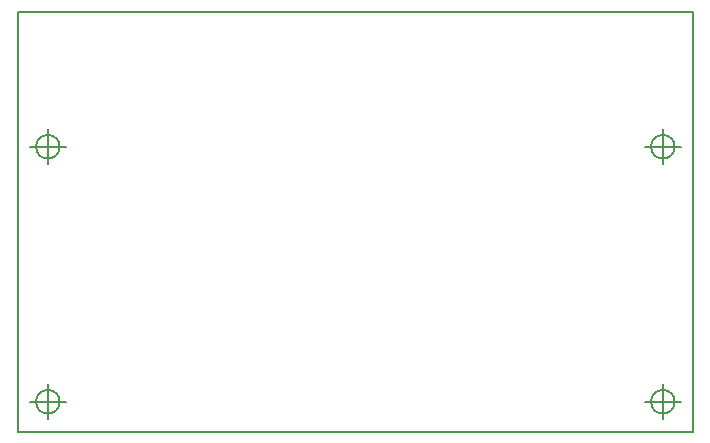
<source format=gm1>
G04 #@! TF.GenerationSoftware,KiCad,Pcbnew,(5.0.1)-3*
G04 #@! TF.CreationDate,2020-03-31T21:31:38+02:00*
G04 #@! TF.ProjectId,schema_pcb,736368656D615F7063622E6B69636164,rev?*
G04 #@! TF.SameCoordinates,Original*
G04 #@! TF.FileFunction,Profile,NP*
%FSLAX46Y46*%
G04 Gerber Fmt 4.6, Leading zero omitted, Abs format (unit mm)*
G04 Created by KiCad (PCBNEW (5.0.1)-3) date 31/03/2020 21:31:38*
%MOMM*%
%LPD*%
G01*
G04 APERTURE LIST*
%ADD10C,0.150000*%
G04 APERTURE END LIST*
D10*
X122920000Y-95265556D02*
G75*
G03X122920000Y-95265556I-1000000J0D01*
G01*
X120420000Y-95265556D02*
X123420000Y-95265556D01*
X121920000Y-93765556D02*
X121920000Y-96765556D01*
X174990000Y-95265556D02*
G75*
G03X174990000Y-95265556I-1000000J0D01*
G01*
X172490000Y-95265556D02*
X175490000Y-95265556D01*
X173990000Y-93765556D02*
X173990000Y-96765556D01*
X122920000Y-116855556D02*
G75*
G03X122920000Y-116855556I-1000000J0D01*
G01*
X120420000Y-116855556D02*
X123420000Y-116855556D01*
X121920000Y-115355556D02*
X121920000Y-118355556D01*
X174990000Y-116855556D02*
G75*
G03X174990000Y-116855556I-1000000J0D01*
G01*
X172490000Y-116855556D02*
X175490000Y-116855556D01*
X173990000Y-115355556D02*
X173990000Y-118355556D01*
X119380000Y-119380000D02*
X119380000Y-83820000D01*
X176530000Y-119380000D02*
X119380000Y-119380000D01*
X176530000Y-83820000D02*
X176530000Y-119380000D01*
X119380000Y-83820000D02*
X176530000Y-83820000D01*
M02*

</source>
